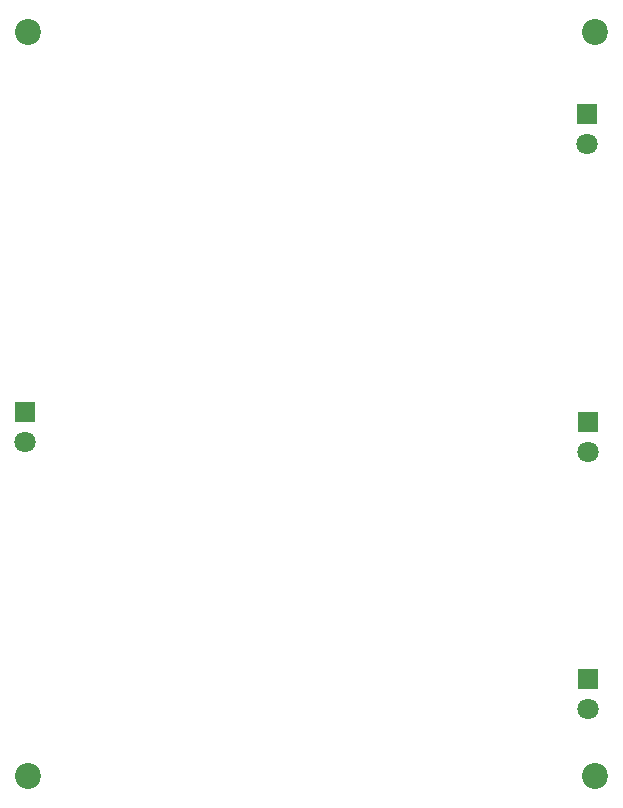
<source format=gbr>
%TF.GenerationSoftware,KiCad,Pcbnew,7.0.8*%
%TF.CreationDate,2023-12-07T00:58:29-06:00*%
%TF.ProjectId,Capst_Power_Controller,43617073-745f-4506-9f77-65725f436f6e,rev?*%
%TF.SameCoordinates,Original*%
%TF.FileFunction,Soldermask,Bot*%
%TF.FilePolarity,Negative*%
%FSLAX46Y46*%
G04 Gerber Fmt 4.6, Leading zero omitted, Abs format (unit mm)*
G04 Created by KiCad (PCBNEW 7.0.8) date 2023-12-07 00:58:29*
%MOMM*%
%LPD*%
G01*
G04 APERTURE LIST*
%ADD10C,2.200000*%
%ADD11R,1.800000X1.800000*%
%ADD12C,1.800000*%
G04 APERTURE END LIST*
D10*
%TO.C,H1*%
X105000000Y-62000000D03*
%TD*%
D11*
%TO.C,J2*%
X152273000Y-68988400D03*
D12*
X152273000Y-71528400D03*
%TD*%
D11*
%TO.C,J4*%
X152400000Y-116840000D03*
D12*
X152400000Y-119380000D03*
%TD*%
D10*
%TO.C,H2*%
X105000000Y-125000000D03*
%TD*%
D11*
%TO.C,J1*%
X104749600Y-94208600D03*
D12*
X104749600Y-96748600D03*
%TD*%
D11*
%TO.C,J3*%
X152374600Y-95072200D03*
D12*
X152374600Y-97612200D03*
%TD*%
D10*
%TO.C,H3*%
X153000000Y-62000000D03*
%TD*%
%TO.C,H4*%
X153000000Y-125000000D03*
%TD*%
M02*

</source>
